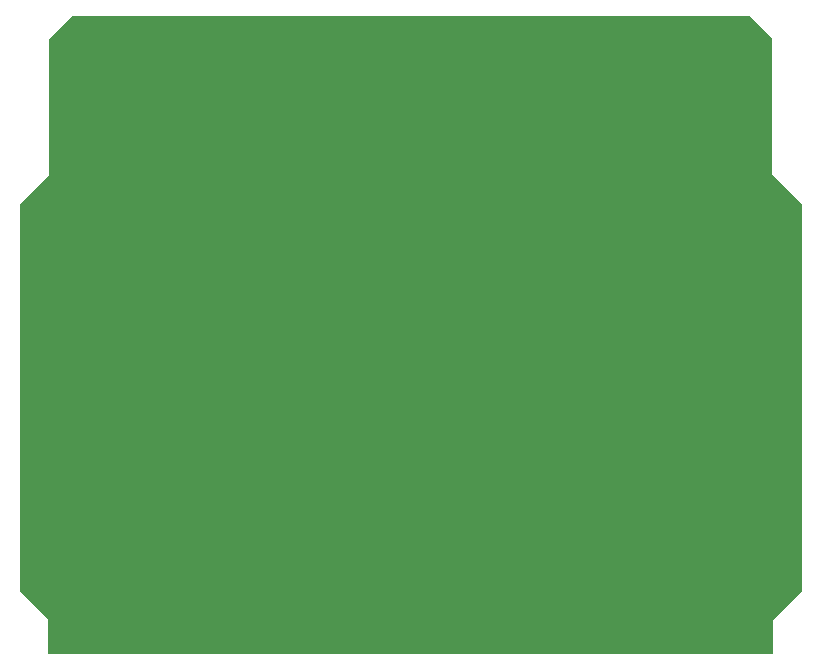
<source format=gbs>
G04*
G04 #@! TF.GenerationSoftware,Altium Limited,Altium Designer,20.1.11 (218)*
G04*
G04 Layer_Color=16711935*
%FSLAX25Y25*%
%MOIN*%
G70*
G04*
G04 #@! TF.SameCoordinates,FBA81C19-FCCB-422B-9B6C-78DF9D3B5762*
G04*
G04*
G04 #@! TF.FilePolarity,Negative*
G04*
G01*
G75*
%ADD46C,0.02368*%
%ADD47C,0.06306*%
%ADD48R,0.06306X0.06306*%
%ADD49C,0.06693*%
%ADD50R,0.06693X0.06693*%
%ADD51C,0.12211*%
%ADD52C,0.02565*%
%ADD103C,0.06306*%
G36*
X241681Y205302D02*
Y160026D01*
X251524Y150184D01*
Y21050D01*
X242075Y11601D01*
Y184D01*
X302D01*
X301Y182D01*
Y11600D01*
X-9148Y21048D01*
Y150182D01*
X695Y160025D01*
Y205300D01*
X8176Y212782D01*
X234201D01*
X241681Y205302D01*
D02*
G37*
D46*
X69648Y113449D02*
D03*
X38032Y113425D02*
D03*
X69672Y113451D02*
D03*
X35473Y115984D02*
D03*
X40591D02*
D03*
Y110866D02*
D03*
X67112Y116010D02*
D03*
X72231D02*
D03*
X67112Y110892D02*
D03*
X72231D02*
D03*
X35473Y110866D02*
D03*
D47*
X80395Y10967D02*
D03*
X90395D02*
D03*
X100395D02*
D03*
X110395D02*
D03*
X120395D02*
D03*
X130395D02*
D03*
X140395D02*
D03*
X50395D02*
D03*
X40395D02*
D03*
X30395D02*
D03*
X20395D02*
D03*
X10395D02*
D03*
X176395Y200967D02*
D03*
X156395D02*
D03*
X146395D02*
D03*
X136395D02*
D03*
X126395D02*
D03*
X116395D02*
D03*
X106395D02*
D03*
X96395D02*
D03*
X166395D02*
D03*
X70395D02*
D03*
X60395D02*
D03*
X50395D02*
D03*
X40395D02*
D03*
X30395D02*
D03*
X20395D02*
D03*
X10395D02*
D03*
D48*
X150395Y10967D02*
D03*
X60395D02*
D03*
X186395Y200967D02*
D03*
X80395D02*
D03*
D49*
X243988Y91898D02*
D03*
Y101898D02*
D03*
Y111898D02*
D03*
Y61898D02*
D03*
Y51898D02*
D03*
Y71898D02*
D03*
Y81898D02*
D03*
X232915Y198071D02*
D03*
Y188071D02*
D03*
D50*
X243988Y121898D02*
D03*
X232915Y178071D02*
D03*
D51*
X592Y31142D02*
D03*
Y141142D02*
D03*
D03*
X241181Y31142D02*
D03*
Y141142D02*
D03*
X205591Y11142D02*
D03*
X200591Y201142D02*
D03*
X592Y141142D02*
D03*
Y31142D02*
D03*
D52*
X63962Y100293D02*
D03*
X147276Y29028D02*
D03*
X43381Y100293D02*
D03*
X44436Y67220D02*
D03*
X42742Y71992D02*
D03*
X39430Y29069D02*
D03*
X51221Y29028D02*
D03*
X25888Y29139D02*
D03*
X44394Y76835D02*
D03*
X66827Y55701D02*
D03*
X59866Y96808D02*
D03*
X66295Y29028D02*
D03*
X47842Y97228D02*
D03*
X61967Y106533D02*
D03*
X63175Y93726D02*
D03*
X55312Y58528D02*
D03*
X52178D02*
D03*
X52153Y61687D02*
D03*
X66827Y64541D02*
D03*
X59637Y102032D02*
D03*
X45515Y106992D02*
D03*
X47842Y57836D02*
D03*
X47849Y62407D02*
D03*
X44548Y94461D02*
D03*
X47912Y101900D02*
D03*
X62445Y75356D02*
D03*
X55336Y61687D02*
D03*
X4862Y44598D02*
D03*
D103*
X147089Y28890D02*
D03*
X66295Y29028D02*
D03*
X51221Y29028D02*
D03*
X39534Y29061D02*
D03*
X25888Y29139D02*
D03*
X4862Y44598D02*
D03*
M02*

</source>
